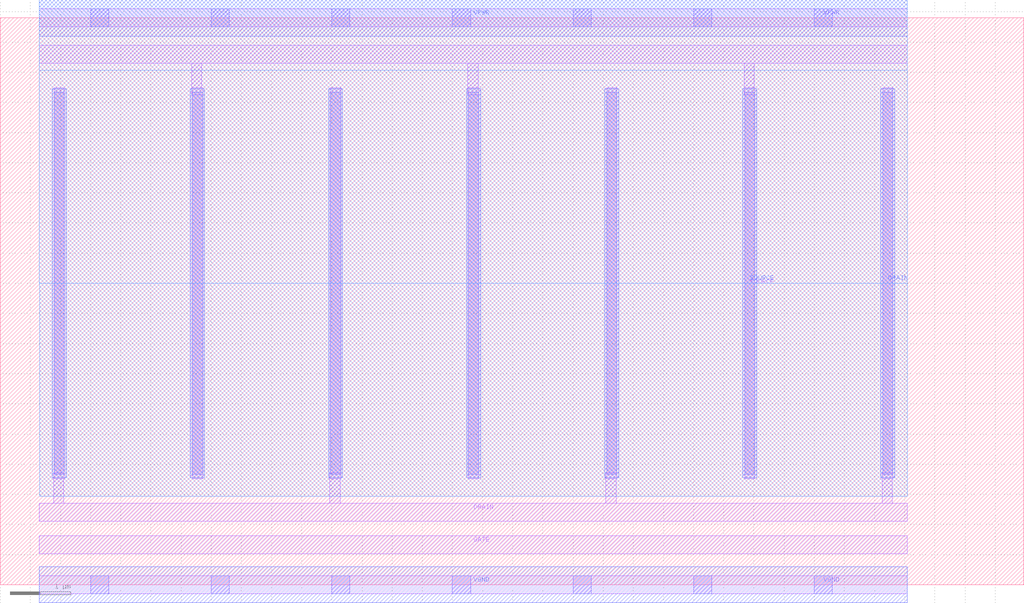
<source format=lef>
VERSION 5.7 ;
  NOWIREEXTENSIONATPIN ON ;
  DIVIDERCHAR "/" ;
  BUSBITCHARS "[]" ;
MACRO sky130_asc_pfet_01v8_lvt_6
  CLASS CORE ;
  FOREIGN sky130_asc_pfet_01v8_lvt_6 ;
  ORIGIN 0.000 0.000 ;
  SIZE 16.975 BY 9.400 ;
  SITE unitasc ;
  PIN GATE
    DIRECTION INOUT ;
    USE SIGNAL ;
    ANTENNAGATEAREA 77.400002 ;
    PORT
      LAYER li1 ;
        RECT 0.650 0.510 15.040 0.810 ;
    END
  END GATE
  PIN SOURCE
    DIRECTION INOUT ;
    USE SIGNAL ;
    ANTENNADIFFAREA 5.611500 ;
    PORT
      LAYER li1 ;
        RECT 0.650 8.650 15.040 8.950 ;
        RECT 3.175 8.245 3.345 8.650 ;
        RECT 7.755 8.245 7.925 8.650 ;
        RECT 12.335 8.245 12.505 8.650 ;
        RECT 3.175 8.130 3.355 8.245 ;
        RECT 7.755 8.130 7.935 8.245 ;
        RECT 12.335 8.130 12.515 8.245 ;
        RECT 3.185 1.755 3.355 8.130 ;
        RECT 7.765 1.755 7.935 8.130 ;
        RECT 12.345 1.755 12.515 8.130 ;
      LAYER mcon ;
        RECT 3.185 1.835 3.355 8.165 ;
        RECT 7.765 1.835 7.935 8.165 ;
        RECT 12.345 1.835 12.515 8.165 ;
      LAYER met1 ;
        RECT 3.155 1.775 3.385 8.225 ;
        RECT 7.735 1.775 7.965 8.225 ;
        RECT 12.315 1.775 12.545 8.225 ;
    END
  END SOURCE
  PIN DRAIN
    DIRECTION INOUT ;
    USE SIGNAL ;
    ANTENNADIFFAREA 7.482000 ;
    PORT
      LAYER li1 ;
        RECT 0.895 1.860 1.065 8.245 ;
        RECT 5.475 1.860 5.645 8.245 ;
        RECT 10.055 1.860 10.225 8.245 ;
        RECT 14.635 1.860 14.805 8.245 ;
        RECT 0.885 1.755 1.065 1.860 ;
        RECT 5.465 1.755 5.645 1.860 ;
        RECT 10.045 1.755 10.225 1.860 ;
        RECT 14.625 1.755 14.805 1.860 ;
        RECT 0.885 1.350 1.055 1.755 ;
        RECT 5.465 1.350 5.635 1.755 ;
        RECT 10.045 1.350 10.215 1.755 ;
        RECT 14.625 1.350 14.795 1.755 ;
        RECT 0.650 1.050 15.040 1.350 ;
      LAYER mcon ;
        RECT 0.895 1.835 1.065 8.165 ;
        RECT 5.475 1.835 5.645 8.165 ;
        RECT 10.055 1.835 10.225 8.165 ;
        RECT 14.635 1.835 14.805 8.165 ;
      LAYER met1 ;
        RECT 0.865 1.775 1.095 8.225 ;
        RECT 5.445 1.775 5.675 8.225 ;
        RECT 10.025 1.775 10.255 8.225 ;
        RECT 14.605 1.775 14.835 8.225 ;
    END
  END DRAIN
  PIN VPWR
    DIRECTION INOUT ;
    USE POWER ;
    PORT
      LAYER li1 ;
        RECT 0.650 9.250 15.040 9.550 ;
      LAYER mcon ;
        RECT 1.500 9.250 1.800 9.550 ;
        RECT 3.500 9.250 3.800 9.550 ;
        RECT 5.500 9.250 5.800 9.550 ;
        RECT 7.500 9.250 7.800 9.550 ;
        RECT 9.500 9.250 9.800 9.550 ;
        RECT 11.500 9.250 11.800 9.550 ;
        RECT 13.500 9.250 13.800 9.550 ;
      LAYER met1 ;
        RECT 0.650 9.100 15.040 9.700 ;
    END
  END VPWR
  PIN VGND
    DIRECTION INOUT ;
    USE GROUND ;
    PORT
      LAYER li1 ;
        RECT 0.650 -0.150 15.040 0.150 ;
      LAYER mcon ;
        RECT 1.500 -0.150 1.800 0.150 ;
        RECT 3.500 -0.150 3.800 0.150 ;
        RECT 5.500 -0.150 5.800 0.150 ;
        RECT 7.500 -0.150 7.800 0.150 ;
        RECT 9.500 -0.150 9.800 0.150 ;
        RECT 11.500 -0.150 11.800 0.150 ;
        RECT 13.500 -0.150 13.800 0.150 ;
      LAYER met1 ;
        RECT 0.650 -0.300 15.040 0.300 ;
    END
  END VGND
  OBS
      LAYER nwell ;
        RECT 0.650 8.535 15.040 9.700 ;
        RECT 0.650 5.000 15.045 8.535 ;
        RECT 0.655 1.465 15.045 5.000 ;
  END
END sky130_asc_pfet_01v8_lvt_6
END LIBRARY


</source>
